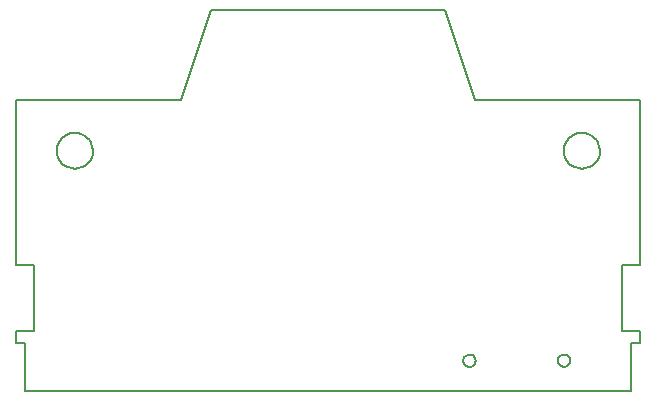
<source format=gbr>
G04 (created by PCBNEW-RS274X (2011-12-28 BZR 3254)-stable) date 17/03/2012 11:59:28*
G01*
G70*
G90*
%MOIN*%
G04 Gerber Fmt 3.4, Leading zero omitted, Abs format*
%FSLAX34Y34*%
G04 APERTURE LIST*
%ADD10C,0.006000*%
%ADD11C,0.005000*%
G04 APERTURE END LIST*
G54D10*
G54D11*
X98456Y-69000D02*
X98452Y-69040D01*
X98440Y-69078D01*
X98421Y-69113D01*
X98396Y-69145D01*
X98365Y-69170D01*
X98329Y-69189D01*
X98291Y-69201D01*
X98251Y-69205D01*
X98212Y-69202D01*
X98173Y-69190D01*
X98138Y-69172D01*
X98106Y-69147D01*
X98081Y-69116D01*
X98061Y-69081D01*
X98049Y-69042D01*
X98045Y-69002D01*
X98048Y-68963D01*
X98059Y-68925D01*
X98077Y-68889D01*
X98102Y-68857D01*
X98133Y-68831D01*
X98168Y-68812D01*
X98206Y-68799D01*
X98246Y-68795D01*
X98285Y-68798D01*
X98324Y-68808D01*
X98360Y-68827D01*
X98392Y-68851D01*
X98418Y-68882D01*
X98438Y-68917D01*
X98450Y-68955D01*
X98455Y-68995D01*
X98456Y-69000D01*
X95306Y-69000D02*
X95302Y-69040D01*
X95290Y-69078D01*
X95271Y-69113D01*
X95246Y-69145D01*
X95215Y-69170D01*
X95179Y-69189D01*
X95141Y-69201D01*
X95101Y-69205D01*
X95062Y-69202D01*
X95023Y-69190D01*
X94988Y-69172D01*
X94956Y-69147D01*
X94931Y-69116D01*
X94911Y-69081D01*
X94899Y-69042D01*
X94895Y-69002D01*
X94898Y-68963D01*
X94909Y-68925D01*
X94927Y-68889D01*
X94952Y-68857D01*
X94983Y-68831D01*
X95018Y-68812D01*
X95056Y-68799D01*
X95096Y-68795D01*
X95135Y-68798D01*
X95174Y-68808D01*
X95210Y-68827D01*
X95242Y-68851D01*
X95268Y-68882D01*
X95288Y-68917D01*
X95300Y-68955D01*
X95305Y-68995D01*
X95306Y-69000D01*
X99450Y-62000D02*
X99438Y-62116D01*
X99404Y-62228D01*
X99349Y-62332D01*
X99275Y-62422D01*
X99185Y-62497D01*
X99082Y-62553D01*
X98970Y-62587D01*
X98854Y-62599D01*
X98738Y-62589D01*
X98626Y-62556D01*
X98522Y-62502D01*
X98431Y-62428D01*
X98355Y-62338D01*
X98299Y-62236D01*
X98264Y-62124D01*
X98251Y-62008D01*
X98260Y-61892D01*
X98293Y-61780D01*
X98346Y-61675D01*
X98419Y-61584D01*
X98508Y-61508D01*
X98610Y-61451D01*
X98722Y-61414D01*
X98838Y-61401D01*
X98954Y-61410D01*
X99066Y-61441D01*
X99171Y-61494D01*
X99263Y-61566D01*
X99340Y-61655D01*
X99398Y-61756D01*
X99435Y-61868D01*
X99449Y-61984D01*
X99450Y-62000D01*
X82550Y-62000D02*
X82538Y-62116D01*
X82504Y-62228D01*
X82449Y-62332D01*
X82375Y-62422D01*
X82285Y-62497D01*
X82182Y-62553D01*
X82070Y-62587D01*
X81954Y-62599D01*
X81838Y-62589D01*
X81726Y-62556D01*
X81622Y-62502D01*
X81531Y-62428D01*
X81455Y-62338D01*
X81399Y-62236D01*
X81364Y-62124D01*
X81351Y-62008D01*
X81360Y-61892D01*
X81393Y-61780D01*
X81446Y-61675D01*
X81519Y-61584D01*
X81608Y-61508D01*
X81710Y-61451D01*
X81822Y-61414D01*
X81938Y-61401D01*
X82054Y-61410D01*
X82166Y-61441D01*
X82271Y-61494D01*
X82363Y-61566D01*
X82440Y-61655D01*
X82498Y-61756D01*
X82535Y-61868D01*
X82549Y-61984D01*
X82550Y-62000D01*
X85500Y-60300D02*
X80000Y-60300D01*
X100800Y-60300D02*
X95300Y-60300D01*
X94300Y-57300D02*
X95300Y-60300D01*
X86500Y-57300D02*
X94300Y-57300D01*
X85500Y-60300D02*
X86500Y-57300D01*
X80300Y-70000D02*
X100500Y-70000D01*
X100800Y-65800D02*
X100800Y-60300D01*
X100200Y-65800D02*
X100800Y-65800D01*
X100200Y-65800D02*
X100200Y-68000D01*
X100800Y-68000D02*
X100200Y-68000D01*
X100800Y-68400D02*
X100800Y-68000D01*
X100500Y-68400D02*
X100800Y-68400D01*
X100500Y-70000D02*
X100500Y-68400D01*
X80000Y-60300D02*
X80000Y-65800D01*
X80600Y-65800D02*
X80000Y-65800D01*
X80600Y-68000D02*
X80600Y-65800D01*
X80000Y-68000D02*
X80600Y-68000D01*
X80000Y-68400D02*
X80000Y-68000D01*
X80300Y-68400D02*
X80000Y-68400D01*
X80300Y-70000D02*
X80300Y-68400D01*
M02*

</source>
